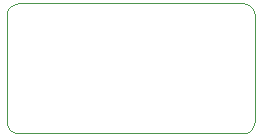
<source format=gm1>
G04*
G04 #@! TF.GenerationSoftware,Altium Limited,Altium Designer,21.1.1 (26)*
G04*
G04 Layer_Color=16711935*
%FSLAX25Y25*%
%MOIN*%
G70*
G04*
G04 #@! TF.SameCoordinates,796318E6-0720-4558-8E08-BFF37AF7A405*
G04*
G04*
G04 #@! TF.FilePolarity,Positive*
G04*
G01*
G75*
%ADD60C,0.00394*%
D60*
X82677Y39370D02*
X82543Y40389D01*
X82150Y41339D01*
X81524Y42154D01*
X80709Y42780D01*
X79759Y43173D01*
X78740Y43307D01*
X0Y3937D02*
X134Y2918D01*
X527Y1969D01*
X1153Y1153D01*
X1969Y527D01*
X2918Y134D01*
X3937Y0D01*
X78740D02*
X79759Y134D01*
X80709Y527D01*
X81524Y1153D01*
X82150Y1969D01*
X82543Y2918D01*
X82677Y3937D01*
X3937Y43307D02*
X2918Y43173D01*
X1969Y42780D01*
X1153Y42154D01*
X527Y41339D01*
X134Y40389D01*
X0Y39370D01*
Y3937D02*
Y39370D01*
X3937Y43307D02*
X78740Y43307D01*
X82677Y3937D02*
Y39370D01*
X3937Y0D02*
X78740Y0D01*
M02*

</source>
